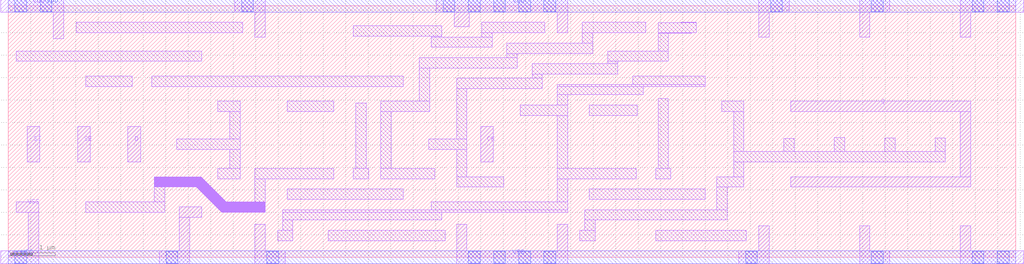
<source format=lef>
#----------------------------------------------------------------------------
# Description	: Cell LEF definitions for ts18ugfsdmp
#		  (TSMC 018um fsg -StdVt Metal Programable Library)
# Date		: $Date: 2006/06/08 03:58:23 $
# Copyright	: 1997-2006 by Virage Logic Corporation
# Revision	: Version $Revision: 1.18 $
#----------------------------------------------------------------------------

VERSION 5.4 ;
NAMESCASESENSITIVE ON ;
BUSBITCHARS "[]" ;
DIVIDERCHAR "/" ;

# Placement site definition for this library.
SITE ts18_dmp
  CLASS core ;
  SIZE 2.24 BY 5.6 ;
END ts18_dmp


#-----------------------------------------------------------------------
#      Cell        : MDN_FSDPQ_4
#      Description : D-Flip Flop w/scan, pos-edge triggered, q-only
#      Equation    : iq,iqn=ff(clocked_on=CK,next_state=(!SE&D)|(SE&SI)):Q=iq
#      Version     : $Revision: 1.18 $
#      Created     : $Date: 2006/06/08 03:58:23 $
#
MACRO MDN_FSDPQ_4
  CLASS CORE ;
  FOREIGN MDN_FSDPQ_4 0 0 ;
  ORIGIN 0 0 ;
  SIZE 22.4 BY 5.6 ;
  SYMMETRY  X ;
  SITE ts18_dmp ;
  PIN CK
    DIRECTION INPUT ;
    PORT
      LAYER METAL1 ;
      RECT  10.5 2.125 10.78 2.915 ;
    END
    ANTENNAGATEAREA 0.567 ;
  END CK
  PIN D
    DIRECTION INPUT ;
    PORT
      LAYER METAL1 ;
      RECT  2.66 2.125 2.94 2.915 ;
    END
    ANTENNAGATEAREA 0.567 ;
  END D
  PIN Q
    DIRECTION OUTPUT ;
    PORT
      LAYER METAL1 ;
      RECT  17.4 1.565 21.395 1.795 ;
      RECT  21.165 1.795 21.395 3.245 ;
      RECT  17.4 3.245 21.395 3.475 ;
    END
    ANTENNADIFFAREA 6.048 ;
  END Q
  PIN SE
    DIRECTION INPUT ;
    PORT
      LAYER METAL1 ;
      RECT  1.54 2.125 1.82 2.915 ;
    END
    ANTENNAGATEAREA 1.134 ;
  END SE
  PIN SI
    DIRECTION INPUT ;
    PORT
      LAYER METAL1 ;
      RECT  0.42 2.125 0.7 2.915 ;
    END
    ANTENNAGATEAREA 0.567 ;
  END SI
  PIN VDD
    DIRECTION INOUT ;
    USE power ;
    SHAPE ABUTMENT ;
    PORT
      LAYER METAL1 ;
      RECT  21.165 4.9 21.395 5.46 ;
      RECT  21.165 5.46 22.57 5.74 ;
      RECT  18.925 4.9 19.155 5.46 ;
      RECT  18.925 5.46 19.6 5.74 ;
      RECT  16.685 4.9 16.915 5.46 ;
      RECT  16.685 5.46 17.36 5.74 ;
      RECT  9.91 5.135 10.25 5.46 ;
      RECT  9.52 5.46 12.435 5.74 ;
      RECT  12.205 5.0 12.435 5.46 ;
      RECT  5.485 4.9 5.715 5.46 ;
      RECT  5.04 5.46 5.715 5.74 ;
      RECT  1.005 4.87 1.235 5.46 ;
      RECT  -0.17 5.46 1.235 5.74 ;
      LAYER METAL2 ;
      RECT  0.0 5.46 22.4 5.74 ;
      LAYER VIA12 ;
      RECT  21.43 5.47 21.69 5.73 ;
      RECT  21.99 5.47 22.25 5.73 ;
      RECT  19.19 5.47 19.45 5.73 ;
      RECT  16.95 5.47 17.21 5.73 ;
      RECT  9.67 5.47 9.93 5.73 ;
      RECT  10.23 5.47 10.49 5.73 ;
      RECT  10.79 5.47 11.05 5.73 ;
      RECT  11.35 5.47 11.61 5.73 ;
      RECT  11.91 5.47 12.17 5.73 ;
      RECT  5.19 5.47 5.45 5.73 ;
      RECT  0.15 5.47 0.41 5.73 ;
      RECT  0.71 5.47 0.97 5.73 ;
    END
  END VDD
  PIN VSS
    DIRECTION INOUT ;
    USE ground ;
    SHAPE ABUTMENT ;
    PORT
      LAYER METAL1 ;
      RECT  21.165 -0.14 22.57 0.14 ;
      RECT  21.165 0.14 21.395 0.7 ;
      RECT  18.925 -0.14 19.6 0.14 ;
      RECT  18.925 0.14 19.155 0.7 ;
      RECT  16.24 -0.14 16.915 0.14 ;
      RECT  16.685 0.14 16.915 0.7 ;
      RECT  9.965 -0.14 12.435 0.14 ;
      RECT  9.965 0.14 10.195 0.73 ;
      RECT  12.205 0.14 12.435 0.73 ;
      RECT  5.485 -0.14 6.16 0.14 ;
      RECT  5.485 0.14 5.715 0.73 ;
      RECT  3.36 -0.14 4.035 0.14 ;
      RECT  3.805 0.14 4.035 0.89 ;
      RECT  3.805 0.89 4.3 1.12 ;
      RECT  -0.17 -0.14 0.675 0.14 ;
      RECT  0.445 0.14 0.675 1.005 ;
      RECT  0.18 1.005 0.675 1.235 ;
      LAYER METAL2 ;
      RECT  0.0 -0.14 22.4 0.14 ;
      LAYER VIA12 ;
      RECT  21.43 -0.13 21.69 0.13 ;
      RECT  21.99 -0.13 22.25 0.13 ;
      RECT  19.19 -0.13 19.45 0.13 ;
      RECT  16.39 -0.13 16.65 0.13 ;
      RECT  10.23 -0.13 10.49 0.13 ;
      RECT  10.79 -0.13 11.05 0.13 ;
      RECT  11.35 -0.13 11.61 0.13 ;
      RECT  11.91 -0.13 12.17 0.13 ;
      RECT  5.75 -0.13 6.01 0.13 ;
      RECT  3.51 -0.13 3.77 0.13 ;
      RECT  0.15 -0.13 0.41 0.13 ;
    END
  END VSS
  OBS
      LAYER METAL1 ;
      RECT  5.99 0.37 6.33 0.6 ;
      RECT  6.1 0.6 6.33 0.83 ;
      RECT  6.1 0.83 9.635 1.005 ;
      RECT  6.1 1.005 12.435 1.06 ;
      RECT  9.405 1.06 12.435 1.235 ;
      RECT  12.205 1.235 12.435 1.75 ;
      RECT  12.205 1.75 13.96 1.98 ;
      RECT  12.205 1.98 12.435 3.16 ;
      RECT  11.38 3.16 12.435 3.39 ;
      RECT  12.205 3.39 12.435 3.62 ;
      RECT  12.205 3.62 14.115 3.805 ;
      RECT  12.205 3.805 15.5 3.85 ;
      RECT  13.885 3.85 15.5 4.035 ;
      RECT  7.11 0.37 9.71 0.6 ;
      RECT  12.71 0.37 13.05 0.6 ;
      RECT  12.82 0.6 13.05 0.83 ;
      RECT  12.82 0.83 15.985 1.06 ;
      RECT  15.755 1.06 15.985 1.565 ;
      RECT  15.755 1.565 16.355 1.795 ;
      RECT  16.125 1.795 16.355 2.125 ;
      RECT  16.125 2.125 20.835 2.355 ;
      RECT  17.245 2.355 17.475 2.645 ;
      RECT  20.605 2.355 20.835 2.655 ;
      RECT  19.485 2.355 19.715 2.66 ;
      RECT  18.365 2.355 18.595 2.665 ;
      RECT  16.125 2.355 16.355 3.245 ;
      RECT  15.86 3.245 16.355 3.475 ;
      RECT  14.39 0.37 16.41 0.6 ;
      RECT  4.745 1.005 5.715 1.01 ;
      RECT  4.74 1.01 5.715 1.015 ;
      RECT  4.735 1.015 5.715 1.02 ;
      RECT  4.73 1.02 5.715 1.025 ;
      RECT  4.725 1.025 5.715 1.03 ;
      RECT  4.72 1.03 5.715 1.035 ;
      RECT  4.715 1.035 5.715 1.04 ;
      RECT  4.71 1.04 5.715 1.045 ;
      RECT  4.705 1.045 5.715 1.05 ;
      RECT  4.7 1.05 5.715 1.055 ;
      RECT  4.695 1.055 5.715 1.06 ;
      RECT  4.69 1.06 5.715 1.065 ;
      RECT  4.685 1.065 5.715 1.07 ;
      RECT  4.68 1.07 5.715 1.075 ;
      RECT  4.675 1.075 5.715 1.08 ;
      RECT  4.67 1.08 5.715 1.085 ;
      RECT  4.665 1.085 5.715 1.09 ;
      RECT  4.66 1.09 5.715 1.095 ;
      RECT  4.655 1.095 5.715 1.1 ;
      RECT  4.65 1.1 5.715 1.105 ;
      RECT  4.645 1.105 5.715 1.11 ;
      RECT  4.64 1.11 5.715 1.115 ;
      RECT  4.635 1.115 5.715 1.12 ;
      RECT  4.63 1.12 5.715 1.125 ;
      RECT  4.625 1.125 5.715 1.13 ;
      RECT  4.62 1.13 5.715 1.135 ;
      RECT  4.615 1.135 5.715 1.14 ;
      RECT  4.61 1.14 5.715 1.145 ;
      RECT  4.605 1.145 5.715 1.15 ;
      RECT  4.6 1.15 5.715 1.155 ;
      RECT  4.595 1.155 5.715 1.16 ;
      RECT  4.59 1.16 5.715 1.165 ;
      RECT  4.585 1.165 5.715 1.17 ;
      RECT  4.58 1.17 5.715 1.175 ;
      RECT  4.575 1.175 5.715 1.18 ;
      RECT  4.57 1.18 5.715 1.185 ;
      RECT  4.565 1.185 5.715 1.19 ;
      RECT  4.56 1.19 5.715 1.195 ;
      RECT  4.555 1.195 5.715 1.2 ;
      RECT  4.55 1.2 5.715 1.205 ;
      RECT  4.545 1.205 5.715 1.21 ;
      RECT  4.54 1.21 5.715 1.215 ;
      RECT  4.535 1.215 5.715 1.22 ;
      RECT  4.53 1.22 5.715 1.225 ;
      RECT  4.525 1.225 5.715 1.23 ;
      RECT  4.52 1.23 5.715 1.235 ;
      RECT  4.515 1.235 4.84 1.24 ;
      RECT  5.485 1.235 5.715 1.75 ;
      RECT  4.51 1.24 4.835 1.245 ;
      RECT  4.505 1.245 4.83 1.25 ;
      RECT  4.5 1.25 4.825 1.255 ;
      RECT  4.495 1.255 4.82 1.26 ;
      RECT  4.49 1.26 4.815 1.265 ;
      RECT  4.485 1.265 4.81 1.27 ;
      RECT  4.48 1.27 4.805 1.275 ;
      RECT  4.475 1.275 4.8 1.28 ;
      RECT  4.47 1.28 4.795 1.285 ;
      RECT  4.465 1.285 4.79 1.29 ;
      RECT  4.46 1.29 4.785 1.295 ;
      RECT  4.455 1.295 4.78 1.3 ;
      RECT  4.45 1.3 4.775 1.305 ;
      RECT  4.445 1.305 4.77 1.31 ;
      RECT  4.44 1.31 4.765 1.315 ;
      RECT  4.435 1.315 4.76 1.32 ;
      RECT  4.43 1.32 4.755 1.325 ;
      RECT  4.425 1.325 4.75 1.33 ;
      RECT  4.42 1.33 4.745 1.335 ;
      RECT  4.415 1.335 4.74 1.34 ;
      RECT  4.41 1.34 4.735 1.345 ;
      RECT  4.405 1.345 4.73 1.35 ;
      RECT  4.4 1.35 4.725 1.355 ;
      RECT  4.395 1.355 4.72 1.36 ;
      RECT  4.39 1.36 4.715 1.365 ;
      RECT  4.385 1.365 4.71 1.37 ;
      RECT  4.38 1.37 4.705 1.375 ;
      RECT  4.375 1.375 4.7 1.38 ;
      RECT  4.37 1.38 4.695 1.385 ;
      RECT  4.365 1.385 4.69 1.39 ;
      RECT  4.36 1.39 4.685 1.395 ;
      RECT  4.355 1.395 4.68 1.4 ;
      RECT  4.35 1.4 4.675 1.405 ;
      RECT  4.345 1.405 4.67 1.41 ;
      RECT  4.34 1.41 4.665 1.415 ;
      RECT  4.335 1.415 4.66 1.42 ;
      RECT  4.33 1.42 4.655 1.425 ;
      RECT  4.325 1.425 4.65 1.43 ;
      RECT  4.32 1.43 4.645 1.435 ;
      RECT  4.315 1.435 4.64 1.44 ;
      RECT  4.31 1.44 4.635 1.445 ;
      RECT  4.305 1.445 4.63 1.45 ;
      RECT  4.3 1.45 4.625 1.455 ;
      RECT  4.295 1.455 4.62 1.46 ;
      RECT  4.29 1.46 4.615 1.465 ;
      RECT  4.285 1.465 4.61 1.47 ;
      RECT  4.28 1.47 4.605 1.475 ;
      RECT  4.275 1.475 4.6 1.48 ;
      RECT  4.27 1.48 4.595 1.485 ;
      RECT  4.265 1.485 4.59 1.49 ;
      RECT  4.26 1.49 4.585 1.495 ;
      RECT  4.255 1.495 4.58 1.5 ;
      RECT  4.25 1.5 4.575 1.505 ;
      RECT  4.245 1.505 4.57 1.51 ;
      RECT  4.24 1.51 4.565 1.515 ;
      RECT  4.235 1.515 4.56 1.52 ;
      RECT  4.23 1.52 4.555 1.525 ;
      RECT  4.225 1.525 4.55 1.53 ;
      RECT  4.22 1.53 4.545 1.535 ;
      RECT  4.215 1.535 4.54 1.54 ;
      RECT  4.21 1.54 4.535 1.545 ;
      RECT  4.205 1.545 4.53 1.55 ;
      RECT  4.2 1.55 4.525 1.555 ;
      RECT  4.195 1.555 4.52 1.56 ;
      RECT  4.19 1.56 4.515 1.565 ;
      RECT  1.72 1.005 3.475 1.235 ;
      RECT  3.245 1.235 3.475 1.565 ;
      RECT  3.245 1.565 4.51 1.57 ;
      RECT  3.245 1.57 4.505 1.575 ;
      RECT  3.245 1.575 4.5 1.58 ;
      RECT  3.245 1.58 4.495 1.585 ;
      RECT  3.245 1.585 4.49 1.59 ;
      RECT  3.245 1.59 4.485 1.595 ;
      RECT  3.245 1.595 4.48 1.6 ;
      RECT  3.245 1.6 4.475 1.605 ;
      RECT  3.245 1.605 4.47 1.61 ;
      RECT  3.245 1.61 4.465 1.615 ;
      RECT  3.245 1.615 4.46 1.62 ;
      RECT  3.245 1.62 4.455 1.625 ;
      RECT  3.245 1.625 4.45 1.63 ;
      RECT  3.245 1.63 4.445 1.635 ;
      RECT  3.245 1.635 4.44 1.64 ;
      RECT  3.245 1.64 4.435 1.645 ;
      RECT  3.245 1.645 4.43 1.65 ;
      RECT  3.245 1.65 4.425 1.655 ;
      RECT  3.245 1.655 4.42 1.66 ;
      RECT  3.245 1.66 4.415 1.665 ;
      RECT  3.245 1.665 4.41 1.67 ;
      RECT  3.245 1.67 4.405 1.675 ;
      RECT  3.245 1.675 4.4 1.68 ;
      RECT  3.245 1.68 4.395 1.685 ;
      RECT  3.245 1.685 4.39 1.69 ;
      RECT  3.245 1.69 4.385 1.695 ;
      RECT  3.245 1.695 4.38 1.7 ;
      RECT  3.245 1.7 4.375 1.705 ;
      RECT  3.245 1.705 4.37 1.71 ;
      RECT  3.245 1.71 4.365 1.715 ;
      RECT  3.245 1.715 4.36 1.72 ;
      RECT  3.245 1.72 4.355 1.725 ;
      RECT  3.245 1.725 4.35 1.73 ;
      RECT  3.245 1.73 4.345 1.735 ;
      RECT  3.245 1.735 4.34 1.74 ;
      RECT  3.245 1.74 4.335 1.745 ;
      RECT  3.245 1.745 4.33 1.75 ;
      RECT  3.245 1.75 4.325 1.755 ;
      RECT  5.485 1.75 7.24 1.98 ;
      RECT  3.245 1.755 4.32 1.76 ;
      RECT  3.245 1.76 4.315 1.765 ;
      RECT  3.245 1.765 4.31 1.77 ;
      RECT  3.245 1.77 4.305 1.775 ;
      RECT  3.245 1.775 4.3 1.78 ;
      RECT  3.245 1.78 4.295 1.785 ;
      RECT  3.245 1.785 4.29 1.79 ;
      RECT  3.245 1.79 4.285 1.795 ;
      RECT  6.2 1.29 8.78 1.52 ;
      RECT  12.92 1.29 15.5 1.52 ;
      RECT  9.965 1.565 11.02 1.795 ;
      RECT  9.965 1.795 10.195 2.405 ;
      RECT  9.35 2.405 10.195 2.635 ;
      RECT  9.965 2.635 10.195 3.755 ;
      RECT  9.965 3.755 11.875 3.985 ;
      RECT  11.645 3.985 11.875 4.08 ;
      RECT  11.645 4.08 13.555 4.31 ;
      RECT  13.325 4.31 13.555 4.365 ;
      RECT  13.325 4.365 14.675 4.595 ;
      RECT  14.445 4.595 14.675 4.995 ;
      RECT  14.445 4.995 15.19 5.0 ;
      RECT  14.445 5.0 15.29 5.225 ;
      RECT  14.95 5.225 15.29 5.23 ;
      RECT  4.66 1.75 5.155 1.98 ;
      RECT  4.925 1.98 5.155 2.405 ;
      RECT  3.75 2.405 5.155 2.635 ;
      RECT  4.925 2.635 5.155 3.245 ;
      RECT  4.66 3.245 5.155 3.475 ;
      RECT  7.67 1.75 8.01 1.98 ;
      RECT  7.725 1.98 7.955 3.435 ;
      RECT  8.285 1.75 9.48 1.98 ;
      RECT  8.285 1.98 8.515 3.245 ;
      RECT  8.285 3.245 9.37 3.475 ;
      RECT  9.14 3.475 9.37 4.215 ;
      RECT  9.14 4.215 11.315 4.445 ;
      RECT  11.085 4.445 11.315 4.54 ;
      RECT  11.085 4.54 12.995 4.77 ;
      RECT  12.765 4.77 12.995 5.0 ;
      RECT  12.765 5.0 14.17 5.23 ;
      RECT  14.39 1.75 14.73 1.98 ;
      RECT  14.445 1.98 14.675 3.53 ;
      RECT  12.92 3.16 13.98 3.39 ;
      RECT  6.2 3.245 7.24 3.475 ;
      RECT  1.72 3.805 2.76 4.035 ;
      RECT  3.19 3.805 8.78 4.035 ;
      RECT  0.18 4.365 4.3 4.595 ;
      RECT  9.405 4.675 10.755 4.905 ;
      RECT  9.405 4.905 9.635 4.925 ;
      RECT  10.525 4.905 10.755 5.0 ;
      RECT  7.67 4.925 9.635 5.155 ;
      RECT  10.525 5.0 11.93 5.23 ;
      RECT  1.51 5.0 5.21 5.23 ;
  END
END MDN_FSDPQ_4

</source>
